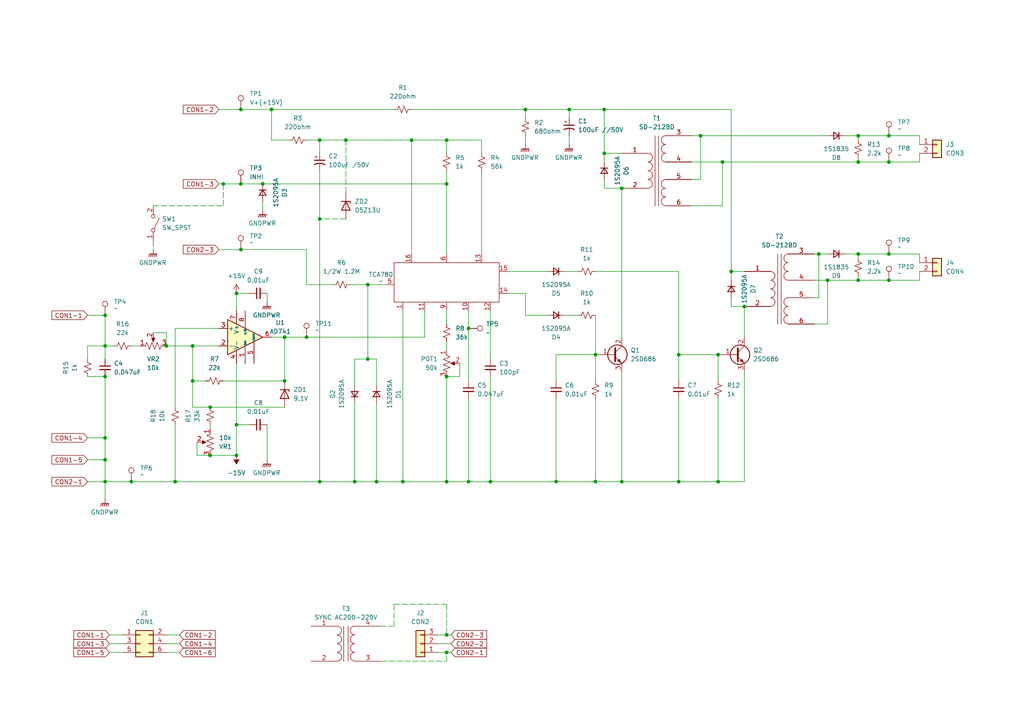
<source format=kicad_sch>
(kicad_sch (version 20231120) (generator "eeschema") (generator_version "8.0")
  (paper "A4")
  (title_block (date "2025-02-03") (comment 1 "旧データ_No.D-0363") (comment 2 "旧データ_プリント板記号 FC-2") (comment 3 "旧データ_原板(フィルム)作成年月：55年 4月"))
  (lib_symbols
    (symbol "Amplifier_Operational:AD797" (pin_names (offset 0.127))
      (property "Reference" "U" (at 1.27 6.35 0))
      (property "Value" "AD797" (at 1.27 3.81 0))
      (symbol "AD797_1_1"
        (pin input line (at 0 -7.62 90) (length 5.08) (name "BAL") (number "1"))
        (pin input line (at -7.62 -2.54 0) (length 2.54) (name "-") (number "2"))
        (pin input line (at -7.62 2.54 0) (length 2.54) (name "+") (number "3"))
        (pin power_in line (at -2.54 -7.62 90) (length 3.81) (name "V-") (number "4"))
        (pin input line (at 2.54 -7.62 90) (length 6.35) (name "COMP") (number "5"))
        (pin output line (at 7.62 0 180) (length 2.54) (name "~") (number "6"))
        (pin power_in line (at -2.54 7.62 270) (length 3.81) (name "V+") (number "7"))
        (pin input line (at 0 7.62 270) (length 5.08) (name "C/B") (number "8"))
      )
    )
    (symbol "Connector:TestPoint" (pin_numbers hide) (pin_names (offset 0.762) hide)
      (property "Reference" "TP" (at 0 6.858 0))
      (property "Value" "TestPoint" (at 0 5.08 0))
      (symbol "TestPoint_1_1"
        (pin passive line (at 0 0 90) (length 2.54) (name "1") (number "1"))
      )
    )
    (symbol "Connector_Generic:Conn_01x02" (pin_names (offset 1.016) hide)
      (property "Reference" "J" (at 0 2.54 0))
      (property "Value" "Conn_01x02" (at 0 -5.08 0))
      (symbol "Conn_01x02_1_1"
        (pin passive line (at -5.08 0 0) (length 3.81) (name "Pin_1") (number "1"))
        (pin passive line (at -5.08 -2.54 0) (length 3.81) (name "Pin_2") (number "2"))
      )
    )
    (symbol "Connector_Generic:Conn_01x03" (pin_names (offset 1.016) hide)
      (property "Reference" "J" (at 0 5.08 0))
      (property "Value" "Conn_01x03" (at 0 -5.08 0))
      (symbol "Conn_01x03_1_1"
        (pin passive line (at -5.08 2.54 0) (length 3.81) (name "Pin_1") (number "1"))
        (pin passive line (at -5.08 0 0) (length 3.81) (name "Pin_2") (number "2"))
        (pin passive line (at -5.08 -2.54 0) (length 3.81) (name "Pin_3") (number "3"))
      )
    )
    (symbol "Connector_Generic:Conn_02x03_Odd_Even" (pin_names (offset 1.016) hide)
      (property "Reference" "J" (at 1.27 5.08 0))
      (property "Value" "Conn_02x03_Odd_Even" (at 1.27 -5.08 0))
      (symbol "Conn_02x03_Odd_Even_1_1"
        (pin passive line (at -5.08 2.54 0) (length 3.81) (name "Pin_1") (number "1"))
        (pin passive line (at 7.62 2.54 180) (length 3.81) (name "Pin_2") (number "2"))
        (pin passive line (at -5.08 0 0) (length 3.81) (name "Pin_3") (number "3"))
        (pin passive line (at 7.62 0 180) (length 3.81) (name "Pin_4") (number "4"))
        (pin passive line (at -5.08 -2.54 0) (length 3.81) (name "Pin_5") (number "5"))
        (pin passive line (at 7.62 -2.54 180) (length 3.81) (name "Pin_6") (number "6"))
      )
    )
    (symbol "Device:C_Polarized_Small_US" (pin_numbers hide) (pin_names (offset 0.254) hide)
      (property "Reference" "C" (at 0.254 1.778 0))
      (property "Value" "C_Polarized_Small_US" (at 0.254 -2.032 0))
      (symbol "C_Polarized_Small_US_1_1"
        (pin passive line (at 0 2.54 270) (length 2.032) (name "~") (number "1"))
        (pin passive line (at 0 -2.54 90) (length 2.032) (name "~") (number "2"))
      )
    )
    (symbol "Device:C_Small" (pin_numbers hide) (pin_names (offset 0.254) hide)
      (property "Reference" "C" (at 0.254 1.778 0))
      (property "Value" "C_Small" (at 0.254 -2.032 0))
      (symbol "C_Small_1_1"
        (pin passive line (at 0 2.54 270) (length 2.032) (name "~") (number "1"))
        (pin passive line (at 0 -2.54 90) (length 2.032) (name "~") (number "2"))
      )
    )
    (symbol "Device:D_Small" (pin_numbers hide) (pin_names (offset 0.254) hide)
      (property "Reference" "D" (at -1.27 2.032 0))
      (property "Value" "D_Small" (at -3.81 -2.032 0))
      (symbol "D_Small_1_1"
        (pin passive line (at -2.54 0 0) (length 1.778) (name "K") (number "1"))
        (pin passive line (at 2.54 0 180) (length 1.778) (name "A") (number "2"))
      )
    )
    (symbol "Device:D_Zener" (pin_numbers hide) (pin_names (offset 1.016) hide)
      (property "Reference" "D" (at 0 2.54 0))
      (property "Value" "D_Zener" (at 0 -2.54 0))
      (symbol "D_Zener_1_1"
        (pin passive line (at -3.81 0 0) (length 2.54) (name "K") (number "1"))
        (pin passive line (at 3.81 0 180) (length 2.54) (name "A") (number "2"))
      )
    )
    (symbol "Device:Q_NPN_BCE" (pin_names (offset 0) hide)
      (property "Reference" "Q" (at 5.08 1.27 0))
      (property "Value" "Q_NPN_BCE" (at 5.08 -1.27 0))
      (symbol "Q_NPN_BCE_1_1"
        (pin input line (at -5.08 0 0) (length 5.715) (name "B") (number "1"))
        (pin passive line (at 2.54 5.08 270) (length 2.54) (name "C") (number "2"))
        (pin passive line (at 2.54 -5.08 90) (length 2.54) (name "E") (number "3"))
      )
    )
    (symbol "Device:R_Potentiometer_US" (pin_names (offset 1.016) hide)
      (property "Reference" "RV" (at -4.445 0 90))
      (property "Value" "R_Potentiometer_US" (at -2.54 0 90))
      (symbol "R_Potentiometer_US_1_1"
        (pin passive line (at 0 3.81 270) (length 1.27) (name "1") (number "1"))
        (pin passive line (at 3.81 0 180) (length 1.27) (name "2") (number "2"))
        (pin passive line (at 0 -3.81 90) (length 1.27) (name "3") (number "3"))
      )
    )
    (symbol "Device:R_Small_US" (pin_numbers hide) (pin_names (offset 0.254) hide)
      (property "Reference" "R" (at 0.762 0.508 0))
      (property "Value" "R_Small_US" (at 0.762 -1.016 0))
      (symbol "R_Small_US_1_1"
        (pin passive line (at 0 2.54 270) (length 1.016) (name "~") (number "1"))
        (pin passive line (at 0 -2.54 90) (length 1.016) (name "~") (number "2"))
      )
    )
    (symbol "Device:Transformer_1P_1S" (pin_names (offset 1.016) hide)
      (property "Reference" "T" (at 0 6.35 0))
      (property "Value" "Transformer_1P_1S" (at 0 -7.62 0))
      (symbol "Transformer_1P_1S_1_1"
        (pin passive line (at -10.16 5.08 0) (length 7.62) (name "AA") (number "1"))
        (pin passive line (at -10.16 -5.08 0) (length 7.62) (name "AB") (number "2"))
        (pin passive line (at 10.16 -5.08 180) (length 7.62) (name "SA") (number "3"))
        (pin passive line (at 10.16 5.08 180) (length 7.62) (name "SB") (number "4"))
      )
    )
    (symbol "Device:Transformer_1P_2S" (pin_names (offset 1.016) hide)
      (property "Reference" "T" (at 0 12.7 0))
      (property "Value" "Transformer_1P_2S" (at 0 -12.7 0))
      (symbol "Transformer_1P_2S_1_1"
        (pin passive line (at -10.16 5.08 0) (length 7.62) (name "AA") (number "1"))
        (pin passive line (at -10.16 -5.08 0) (length 7.62) (name "AB") (number "2"))
        (pin passive line (at 10.16 10.16 180) (length 7.62) (name "SA") (number "3"))
        (pin passive line (at 10.16 2.54 180) (length 7.62) (name "SB") (number "4"))
        (pin passive line (at 10.16 -2.54 180) (length 7.62) (name "SC") (number "5"))
        (pin passive line (at 10.16 -10.16 180) (length 7.62) (name "SD") (number "6"))
      )
    )
    (symbol "SamacSys_Parts:TCA780 on D-0363"
      (property "Reference" "TCA780" (at 0 -3.048 0))
      (symbol "TCA780 on D-0363_1_1"
        (pin power_in line (at -12.7 -15.24 90) (length 2.54) (name "") (number "1"))
        (pin passive line (at 6.35 -15.24 90) (length 2.54) (name "") (number "10"))
        (pin passive line (at -6.35 -15.24 90) (length 2.54) (name "") (number "11"))
        (pin passive line (at 12.7 -15.24 90) (length 2.54) (name "") (number "12"))
        (pin passive line (at 10.16 1.27 270) (length 2.54) (name "") (number "13"))
        (pin passive line (at 17.78 -10.16 180) (length 2.54) (name "") (number "14"))
        (pin passive line (at 17.78 -3.81 180) (length 2.54) (name "") (number "15"))
        (pin power_in line (at -10.16 1.27 270) (length 2.54) (name "") (number "16"))
        (pin no_connect line (at -12.7 -10.16 270) (length 2.54) hide (name "") (number "2"))
        (pin no_connect line (at -10.16 -10.16 270) (length 2.54) hide (name "") (number "3"))
        (pin no_connect line (at -7.62 -10.16 270) (length 2.54) hide (name "") (number "4"))
        (pin passive line (at -17.78 -7.62 0) (length 2.54) (name "") (number "5"))
        (pin passive line (at 0 1.27 270) (length 2.54) (name "") (number "6"))
        (pin no_connect line (at -5.08 -10.16 270) (length 2.54) hide (name "") (number "7"))
        (pin no_connect line (at -2.54 -10.16 270) (length 2.54) hide (name "") (number "8"))
        (pin passive line (at 0 -15.24 90) (length 2.54) (name "") (number "9"))
      )
    )
    (symbol "Switch:SW_SPST" (pin_names (offset 0) hide)
      (property "Reference" "SW" (at 0 3.175 0))
      (property "Value" "SW_SPST" (at 0 -2.54 0))
      (symbol "SW_SPST_1_1"
        (pin passive line (at -5.08 0 0) (length 2.54) (name "A") (number "1"))
        (pin passive line (at 5.08 0 180) (length 2.54) (name "B") (number "2"))
      )
    )
    (symbol "power:+15V" (power) (pin_numbers hide) (pin_names (offset 0) hide)
      (property "Value" "+15V" (at 0 3.556 0))
      (symbol "+15V_1_1"
        (pin power_in line (at 0 0 90) (length 0) (name "~") (number "1"))
      )
    )
    (symbol "power:-15V" (power) (pin_numbers hide) (pin_names (offset 0) hide)
      (property "Value" "-15V" (at 0 3.556 0))
      (symbol "-15V_0_0"
        (pin power_in line (at 0 0 90) (length 0) (name "~") (number "1"))
      )
    )
    (symbol "power:GNDPWR" (power) (pin_numbers hide) (pin_names (offset 0) hide)
      (property "Value" "GNDPWR" (at 0 -3.302 0))
      (symbol "GNDPWR_1_1"
        (pin power_in line (at 0 0 270) (length 0) (name "~") (number "1"))
      )
    )
  )
  (junction (at 135.89 139.7))
  (junction (at 208.28 102.87))
  (junction (at 208.28 139.7))
  (junction (at 55.88 110.49))
  (junction (at 60.96 118.11))
  (junction (at 30.48 91.44))
  (junction (at 165.1 31.75))
  (junction (at 142.24 139.7))
  (junction (at 248.92 81.28))
  (junction (at 129.54 53.34))
  (junction (at 30.48 127))
  (junction (at 129.54 184.15))
  (junction (at 180.34 54.61))
  (junction (at 135.89 95.25))
  (junction (at 172.72 102.87))
  (junction (at 38.1 139.7))
  (junction (at 116.84 139.7))
  (junction (at 69.85 31.75))
  (junction (at 68.58 132.08))
  (junction (at 161.29 139.7))
  (junction (at 60.96 132.08))
  (junction (at 64.77 53.34))
  (junction (at 180.34 139.7))
  (junction (at 248.92 39.37))
  (junction (at 92.71 63.5))
  (junction (at 152.4 31.75))
  (junction (at 240.03 81.28))
  (junction (at 129.54 139.7))
  (junction (at 209.55 46.99))
  (junction (at 76.2 53.34))
  (junction (at 129.54 189.23))
  (junction (at 30.48 139.7))
  (junction (at 88.9 97.79))
  (junction (at 48.26 100.33))
  (junction (at 92.71 139.7))
  (junction (at 69.85 53.34))
  (junction (at 257.81 39.37))
  (junction (at 215.9 88.9))
  (junction (at 196.85 102.87))
  (junction (at 30.48 100.33))
  (junction (at 257.81 81.28))
  (junction (at 203.2 39.37))
  (junction (at 109.22 139.7))
  (junction (at 106.68 104.14))
  (junction (at 55.88 100.33))
  (junction (at 257.81 46.99))
  (junction (at 212.09 78.74))
  (junction (at 102.87 139.7))
  (junction (at 69.85 72.39))
  (junction (at 92.71 40.64))
  (junction (at 30.48 109.22))
  (junction (at 30.48 133.35))
  (junction (at 248.92 46.99))
  (junction (at 196.85 139.7))
  (junction (at 129.54 109.22))
  (junction (at 50.8 139.7))
  (junction (at 68.58 85.09))
  (junction (at 68.58 123.19))
  (junction (at 106.68 82.55))
  (junction (at 175.26 31.75))
  (junction (at 237.49 73.66))
  (junction (at 100.33 40.64))
  (junction (at 129.54 40.64))
  (junction (at 119.38 40.64))
  (junction (at 82.55 110.49))
  (junction (at 175.26 44.45))
  (junction (at 78.74 31.75))
  (junction (at 248.92 73.66))
  (junction (at 82.55 97.79))
  (junction (at 257.81 73.66))
  (junction (at 172.72 139.7))
  (wire (pts (xy 119.38 31.75) (xy 152.4 31.75)))
  (wire (pts (xy 72.39 123.19) (xy 68.58 123.19)))
  (wire (pts (xy 200.66 46.99) (xy 209.55 46.99)))
  (wire (pts (xy 48.26 100.33) (xy 55.88 100.33)))
  (wire (pts (xy 147.32 78.74) (xy 158.75 78.74)))
  (wire (pts (xy 100.33 40.64) (xy 119.38 40.64)))
  (wire (pts (xy 50.8 139.7) (xy 50.8 123.19)))
  (wire (pts (xy 161.29 102.87) (xy 172.72 102.87)))
  (wire (pts (xy 172.72 78.74) (xy 196.85 78.74)))
  (wire (pts (xy 48.26 96.52) (xy 48.26 100.33)))
  (wire (pts (xy 109.22 139.7) (xy 102.87 139.7)))
  (wire (pts (xy 55.88 118.11) (xy 55.88 110.49)))
  (wire (pts (xy 25.4 139.7) (xy 30.48 139.7)))
  (wire (pts (xy 215.9 107.95) (xy 215.9 139.7)))
  (wire (pts (xy 208.28 102.87) (xy 196.85 102.87)))
  (wire (pts (xy 161.29 102.87) (xy 161.29 110.49)))
  (wire (pts (xy 142.24 139.7) (xy 161.29 139.7)))
  (wire (pts (xy 152.4 39.37) (xy 152.4 41.91)))
  (wire (pts (xy 44.45 69.85) (xy 44.45 72.39)) (stroke (width 0) (type dash)))
  (wire (pts (xy 209.55 46.99) (xy 248.92 46.99)))
  (wire (pts (xy 64.77 53.34) (xy 69.85 53.34)))
  (wire (pts (xy 158.75 91.44) (xy 152.4 91.44)))
  (wire (pts (xy 55.88 110.49) (xy 59.69 110.49)))
  (wire (pts (xy 33.02 100.33) (xy 30.48 100.33)))
  (wire (pts (xy 203.2 39.37) (xy 240.03 39.37)))
  (wire (pts (xy 208.28 139.7) (xy 215.9 139.7)))
  (wire (pts (xy 172.72 115.57) (xy 172.72 139.7)))
  (wire (pts (xy 110.49 191.77) (xy 129.54 191.77)) (stroke (width 0) (type dash)))
  (wire (pts (xy 200.66 59.69) (xy 209.55 59.69)))
  (wire (pts (xy 96.52 82.55) (xy 88.9 82.55)))
  (wire (pts (xy 212.09 31.75) (xy 212.09 78.74)))
  (wire (pts (xy 55.88 100.33) (xy 55.88 110.49)))
  (wire (pts (xy 237.49 86.36) (xy 237.49 73.66)))
  (wire (pts (xy 116.84 139.7) (xy 129.54 139.7)))
  (wire (pts (xy 78.74 40.64) (xy 78.74 31.75)))
  (wire (pts (xy 172.72 139.7) (xy 180.34 139.7)))
  (wire (pts (xy 63.5 100.33) (xy 55.88 100.33)))
  (wire (pts (xy 100.33 55.88) (xy 100.33 40.64)) (stroke (width 0) (type dash)))
  (wire (pts (xy 64.77 59.69) (xy 64.77 53.34)) (stroke (width 0) (type dash)))
  (wire (pts (xy 69.85 72.39) (xy 63.5 72.39)))
  (wire (pts (xy 175.26 54.61) (xy 175.26 52.07)))
  (wire (pts (xy 69.85 31.75) (xy 78.74 31.75)))
  (wire (pts (xy 248.92 80.01) (xy 248.92 81.28)))
  (wire (pts (xy 82.55 110.49) (xy 82.55 97.79)))
  (wire (pts (xy 240.03 81.28) (xy 248.92 81.28)))
  (wire (pts (xy 257.81 39.37) (xy 266.7 39.37)))
  (wire (pts (xy 139.7 40.64) (xy 139.7 44.45)))
  (wire (pts (xy 31.75 186.69) (xy 35.56 186.69)))
  (wire (pts (xy 102.87 139.7) (xy 102.87 116.84)))
  (wire (pts (xy 266.7 73.66) (xy 266.7 76.2)))
  (wire (pts (xy 30.48 133.35) (xy 30.48 139.7)))
  (wire (pts (xy 175.26 44.45) (xy 175.26 46.99)))
  (wire (pts (xy 248.92 45.72) (xy 248.92 46.99)))
  (wire (pts (xy 60.96 132.08) (xy 68.58 132.08)))
  (wire (pts (xy 129.54 53.34) (xy 129.54 73.66)))
  (wire (pts (xy 30.48 100.33) (xy 30.48 91.44)))
  (wire (pts (xy 60.96 118.11) (xy 82.55 118.11)))
  (wire (pts (xy 63.5 53.34) (xy 64.77 53.34)))
  (wire (pts (xy 88.9 82.55) (xy 88.9 72.39)))
  (wire (pts (xy 100.33 63.5) (xy 92.71 63.5)) (stroke (width 0) (type dash)))
  (wire (pts (xy 25.4 100.33) (xy 25.4 104.14)))
  (wire (pts (xy 266.7 44.45) (xy 266.7 46.99)))
  (wire (pts (xy 114.3 175.26) (xy 129.54 175.26)) (stroke (width 0) (type dash)))
  (wire (pts (xy 88.9 72.39) (xy 69.85 72.39)))
  (wire (pts (xy 163.83 78.74) (xy 167.64 78.74)))
  (wire (pts (xy 257.81 46.99) (xy 266.7 46.99)))
  (wire (pts (xy 236.22 86.36) (xy 237.49 86.36)))
  (wire (pts (xy 209.55 59.69) (xy 209.55 46.99)))
  (wire (pts (xy 31.75 189.23) (xy 35.56 189.23)))
  (wire (pts (xy 212.09 88.9) (xy 212.09 86.36)))
  (wire (pts (xy 30.48 139.7) (xy 38.1 139.7)))
  (wire (pts (xy 129.54 49.53) (xy 129.54 53.34)))
  (wire (pts (xy 114.3 181.61) (xy 114.3 175.26)) (stroke (width 0) (type dash)))
  (wire (pts (xy 119.38 40.64) (xy 119.38 73.66)))
  (wire (pts (xy 30.48 139.7) (xy 30.48 144.78)))
  (wire (pts (xy 196.85 115.57) (xy 196.85 139.7)))
  (wire (pts (xy 135.89 139.7) (xy 142.24 139.7)))
  (wire (pts (xy 77.47 123.19) (xy 77.47 133.35)))
  (wire (pts (xy 135.89 115.57) (xy 135.89 139.7)))
  (wire (pts (xy 161.29 115.57) (xy 161.29 139.7)))
  (wire (pts (xy 129.54 175.26) (xy 129.54 184.15)) (stroke (width 0) (type dash)))
  (wire (pts (xy 248.92 39.37) (xy 248.92 40.64)))
  (wire (pts (xy 109.22 116.84) (xy 109.22 139.7)))
  (wire (pts (xy 30.48 100.33) (xy 30.48 104.14)))
  (wire (pts (xy 175.26 31.75) (xy 212.09 31.75)))
  (wire (pts (xy 236.22 81.28) (xy 240.03 81.28)))
  (wire (pts (xy 152.4 85.09) (xy 147.32 85.09)))
  (wire (pts (xy 68.58 85.09) (xy 72.39 85.09)))
  (wire (pts (xy 129.54 109.22) (xy 133.35 109.22)))
  (wire (pts (xy 127 186.69) (xy 130.81 186.69)))
  (wire (pts (xy 92.71 40.64) (xy 100.33 40.64)))
  (wire (pts (xy 129.54 40.64) (xy 139.7 40.64)))
  (wire (pts (xy 127 184.15) (xy 129.54 184.15)))
  (wire (pts (xy 196.85 139.7) (xy 208.28 139.7)))
  (wire (pts (xy 92.71 40.64) (xy 92.71 44.45)))
  (wire (pts (xy 215.9 78.74) (xy 212.09 78.74)))
  (wire (pts (xy 139.7 49.53) (xy 139.7 73.66)))
  (wire (pts (xy 196.85 102.87) (xy 196.85 110.49)))
  (wire (pts (xy 203.2 52.07) (xy 203.2 39.37)))
  (wire (pts (xy 245.11 73.66) (xy 248.92 73.66)))
  (wire (pts (xy 129.54 90.17) (xy 129.54 93.98)))
  (wire (pts (xy 245.11 39.37) (xy 248.92 39.37)))
  (wire (pts (xy 78.74 97.79) (xy 82.55 97.79)))
  (wire (pts (xy 25.4 127) (xy 30.48 127)))
  (wire (pts (xy 106.68 82.55) (xy 111.76 82.55)))
  (wire (pts (xy 180.34 44.45) (xy 175.26 44.45)))
  (wire (pts (xy 48.26 189.23) (xy 52.07 189.23)))
  (wire (pts (xy 152.4 91.44) (xy 152.4 85.09)))
  (wire (pts (xy 69.85 53.34) (xy 76.2 53.34)))
  (wire (pts (xy 180.34 54.61) (xy 175.26 54.61)))
  (wire (pts (xy 172.72 91.44) (xy 172.72 102.87)))
  (wire (pts (xy 129.54 99.06) (xy 129.54 101.6)))
  (wire (pts (xy 106.68 104.14) (xy 109.22 104.14)))
  (wire (pts (xy 129.54 184.15) (xy 130.81 184.15)))
  (wire (pts (xy 30.48 109.22) (xy 30.48 127)))
  (wire (pts (xy 196.85 78.74) (xy 196.85 102.87)))
  (wire (pts (xy 102.87 104.14) (xy 106.68 104.14)))
  (wire (pts (xy 64.77 110.49) (xy 82.55 110.49)))
  (wire (pts (xy 248.92 39.37) (xy 257.81 39.37)))
  (wire (pts (xy 25.4 91.44) (xy 30.48 91.44)))
  (wire (pts (xy 248.92 46.99) (xy 257.81 46.99)))
  (wire (pts (xy 215.9 88.9) (xy 215.9 97.79)))
  (wire (pts (xy 30.48 127) (xy 30.48 133.35)))
  (wire (pts (xy 175.26 31.75) (xy 175.26 44.45)))
  (wire (pts (xy 248.92 73.66) (xy 257.81 73.66)))
  (wire (pts (xy 78.74 31.75) (xy 114.3 31.75)))
  (wire (pts (xy 266.7 39.37) (xy 266.7 41.91)))
  (wire (pts (xy 129.54 109.22) (xy 129.54 139.7)))
  (wire (pts (xy 165.1 39.37) (xy 165.1 41.91)))
  (wire (pts (xy 208.28 115.57) (xy 208.28 139.7)))
  (wire (pts (xy 215.9 88.9) (xy 212.09 88.9)))
  (wire (pts (xy 60.96 132.08) (xy 57.15 132.08)))
  (wire (pts (xy 163.83 91.44) (xy 167.64 91.44)))
  (wire (pts (xy 248.92 73.66) (xy 248.92 74.93)))
  (wire (pts (xy 114.3 181.61) (xy 110.49 181.61)) (stroke (width 0) (type dash)))
  (wire (pts (xy 92.71 139.7) (xy 92.71 63.5)))
  (wire (pts (xy 30.48 100.33) (xy 25.4 100.33)))
  (wire (pts (xy 60.96 118.11) (xy 55.88 118.11)))
  (wire (pts (xy 266.7 78.74) (xy 266.7 81.28)))
  (wire (pts (xy 102.87 139.7) (xy 92.71 139.7)))
  (wire (pts (xy 116.84 90.17) (xy 116.84 139.7)))
  (wire (pts (xy 180.34 139.7) (xy 196.85 139.7)))
  (wire (pts (xy 135.89 90.17) (xy 135.89 95.25)))
  (wire (pts (xy 68.58 123.19) (xy 68.58 132.08)))
  (wire (pts (xy 38.1 100.33) (xy 40.64 100.33)))
  (wire (pts (xy 68.58 85.09) (xy 68.58 90.17)))
  (wire (pts (xy 240.03 93.98) (xy 240.03 81.28)))
  (wire (pts (xy 129.54 139.7) (xy 135.89 139.7)))
  (wire (pts (xy 92.71 63.5) (xy 92.71 49.53)))
  (wire (pts (xy 109.22 104.14) (xy 109.22 111.76)))
  (wire (pts (xy 165.1 31.75) (xy 152.4 31.75)))
  (wire (pts (xy 165.1 31.75) (xy 175.26 31.75)))
  (wire (pts (xy 25.4 109.22) (xy 30.48 109.22)))
  (wire (pts (xy 38.1 139.7) (xy 50.8 139.7)))
  (wire (pts (xy 77.47 85.09) (xy 77.47 87.63)))
  (wire (pts (xy 203.2 39.37) (xy 200.66 39.37)))
  (wire (pts (xy 161.29 139.7) (xy 172.72 139.7)))
  (wire (pts (xy 63.5 31.75) (xy 69.85 31.75)))
  (wire (pts (xy 129.54 189.23) (xy 130.81 189.23)))
  (wire (pts (xy 165.1 34.29) (xy 165.1 31.75)))
  (wire (pts (xy 31.75 184.15) (xy 35.56 184.15)))
  (wire (pts (xy 68.58 123.19) (xy 68.58 105.41)))
  (wire (pts (xy 60.96 123.19) (xy 60.96 124.46)))
  (wire (pts (xy 119.38 40.64) (xy 129.54 40.64)))
  (wire (pts (xy 82.55 97.79) (xy 88.9 97.79)))
  (wire (pts (xy 92.71 139.7) (xy 50.8 139.7)))
  (wire (pts (xy 83.82 40.64) (xy 78.74 40.64)))
  (wire (pts (xy 76.2 53.34) (xy 129.54 53.34)))
  (wire (pts (xy 152.4 31.75) (xy 152.4 34.29)))
  (wire (pts (xy 106.68 82.55) (xy 106.68 104.14)))
  (wire (pts (xy 44.45 59.69) (xy 64.77 59.69)) (stroke (width 0) (type dash)))
  (wire (pts (xy 109.22 139.7) (xy 116.84 139.7)))
  (wire (pts (xy 142.24 90.17) (xy 142.24 104.14)))
  (wire (pts (xy 180.34 107.95) (xy 180.34 139.7)))
  (wire (pts (xy 212.09 78.74) (xy 212.09 81.28)))
  (wire (pts (xy 129.54 44.45) (xy 129.54 40.64)))
  (wire (pts (xy 200.66 52.07) (xy 203.2 52.07)))
  (wire (pts (xy 57.15 132.08) (xy 57.15 128.27)))
  (wire (pts (xy 127 189.23) (xy 129.54 189.23)))
  (wire (pts (xy 142.24 109.22) (xy 142.24 139.7)))
  (wire (pts (xy 102.87 104.14) (xy 102.87 111.76)))
  (wire (pts (xy 257.81 81.28) (xy 266.7 81.28)))
  (wire (pts (xy 101.6 82.55) (xy 106.68 82.55)))
  (wire (pts (xy 48.26 184.15) (xy 52.07 184.15)))
  (wire (pts (xy 133.35 109.22) (xy 133.35 105.41)))
  (wire (pts (xy 88.9 97.79) (xy 123.19 97.79)))
  (wire (pts (xy 48.26 186.69) (xy 52.07 186.69)))
  (wire (pts (xy 129.54 191.77) (xy 129.54 189.23)) (stroke (width 0) (type dash)))
  (wire (pts (xy 172.72 102.87) (xy 172.72 110.49)))
  (wire (pts (xy 236.22 73.66) (xy 237.49 73.66)))
  (wire (pts (xy 44.45 96.52) (xy 48.26 96.52)))
  (wire (pts (xy 76.2 58.42) (xy 76.2 60.96)))
  (wire (pts (xy 180.34 54.61) (xy 180.34 97.79)))
  (wire (pts (xy 88.9 40.64) (xy 92.71 40.64)))
  (wire (pts (xy 248.92 81.28) (xy 257.81 81.28)))
  (wire (pts (xy 50.8 95.25) (xy 50.8 118.11)))
  (wire (pts (xy 123.19 90.17) (xy 123.19 97.79)))
  (wire (pts (xy 63.5 95.25) (xy 50.8 95.25)))
  (wire (pts (xy 135.89 95.25) (xy 135.89 110.49)))
  (wire (pts (xy 208.28 102.87) (xy 208.28 110.49)))
  (wire (pts (xy 257.81 73.66) (xy 266.7 73.66)))
  (wire (pts (xy 25.4 133.35) (xy 30.48 133.35)))
  (wire (pts (xy 237.49 73.66) (xy 240.03 73.66)))
  (wire (pts (xy 236.22 93.98) (xy 240.03 93.98)))
  (global_label "CON1-3" (shape input) (at 31.75 186.69 180) (property "Intersheetrefs" "${INTERSHEET_REFS}" (effects (hide yes))))
  (global_label "CON2-2" (shape input) (at 130.81 186.69 0) (property "Intersheetrefs" "${INTERSHEET_REFS}" (effects (hide yes))))
  (global_label "CON1-1" (shape input) (at 25.4 91.44 180) (property "Intersheetrefs" "${INTERSHEET_REFS}" (effects (hide yes))))
  (global_label "CON2-1" (shape input) (at 25.4 139.7 180) (property "Intersheetrefs" "${INTERSHEET_REFS}" (effects (hide yes))))
  (global_label "CON1-4" (shape input) (at 52.07 186.69 0) (property "Intersheetrefs" "${INTERSHEET_REFS}" (effects (hide yes))))
  (global_label "CON1-6" (shape input) (at 52.07 189.23 0) (property "Intersheetrefs" "${INTERSHEET_REFS}" (effects (hide yes))))
  (global_label "CON1-5" (shape input) (at 25.4 133.35 180) (property "Intersheetrefs" "${INTERSHEET_REFS}" (effects (hide yes))))
  (global_label "CON2-1" (shape input) (at 130.81 189.23 0) (property "Intersheetrefs" "${INTERSHEET_REFS}" (effects (hide yes))))
  (global_label "CON1-2" (shape input) (at 52.07 184.15 0) (property "Intersheetrefs" "${INTERSHEET_REFS}" (effects (hide yes))))
  (global_label "CON2-3" (shape input) (at 130.81 184.15 0) (property "Intersheetrefs" "${INTERSHEET_REFS}" (effects (hide yes))))
  (global_label "CON1-1" (shape input) (at 31.75 184.15 180) (property "Intersheetrefs" "${INTERSHEET_REFS}" (effects (hide yes))))
  (global_label "CON1-2" (shape input) (at 63.5 31.75 180) (property "Intersheetrefs" "${INTERSHEET_REFS}" (effects (hide yes))))
  (global_label "CON1-5" (shape input) (at 31.75 189.23 180) (property "Intersheetrefs" "${INTERSHEET_REFS}" (effects (hide yes))))
  (global_label "CON1-4" (shape input) (at 25.4 127 180) (property "Intersheetrefs" "${INTERSHEET_REFS}" (effects (hide yes))))
  (global_label "CON1-3" (shape input) (at 63.5 53.34 180) (property "Intersheetrefs" "${INTERSHEET_REFS}" (effects (hide yes))))
  (global_label "CON2-3" (shape input) (at 63.5 72.39 180) (property "Intersheetrefs" "${INTERSHEET_REFS}" (effects (hide yes))))
  (symbol (lib_id "Device:R_Small_US") (at 35.56 100.33 90) (unit 1)
    (property "Reference" "R16" (at 35.56 93.98 90))
    (property "Value" "22k" (at 35.56 96.52 90))
    (property "Footprint" "Resistor_THT:R_Axial_DIN0207_L6.3mm_D2.5mm_P10.16mm_Horizontal" (effects (hide yes)))
    (property "Description" "Resistor, small US symbol" (effects (hide yes)))
  )
  (symbol (lib_id "Connector:TestPoint") (at 30.48 91.44 0) (unit 1)
    (property "Reference" "TP4" (at 33.02 87.5029 0) (effects (justify left)))
    (property "Value" "~" (at 33.02 89.408 0) (effects (justify left)))
    (property "Footprint" "TestPoint:TestPoint_Loop_D2.54mm_Drill1.5mm_Beaded" (effects (hide yes)))
    (property "Description" "test point" (effects (hide yes)))
  )
  (symbol (lib_id "Connector:TestPoint") (at 257.81 39.37 0) (unit 1)
    (property "Reference" "TP7" (at 260.35 35.4329 0) (effects (justify left)))
    (property "Value" "~" (at 260.35 37.338 0) (effects (justify left)))
    (property "Footprint" "TestPoint:TestPoint_Loop_D2.54mm_Drill1.5mm_Beaded" (effects (hide yes)))
    (property "Description" "test point" (effects (hide yes)))
  )
  (symbol (lib_id "Connector:TestPoint") (at 69.85 53.34 0) (unit 1)
    (property "Reference" "TP3" (at 72.39 48.7679 0) (effects (justify left)))
    (property "Value" "INHI" (at 72.39 51.3079 0) (effects (justify left)))
    (property "Footprint" "TestPoint:TestPoint_Loop_D2.54mm_Drill1.5mm_Beaded" (effects (hide yes)))
    (property "Description" "test point" (effects (hide yes)))
  )
  (symbol (lib_id "Device:D_Small") (at 76.2 55.88 270) (unit 1)
    (property "Reference" "D3" (at 82.55 55.88 0))
    (property "Value" "1S2095A" (at 80.01 55.88 0))
    (property "Footprint" "Diode_THT:D_A-405_P10.16mm_Horizontal" (effects (hide yes)))
    (property "Description" "Diode, small symbol" (effects (hide yes)))
    (property "Sim.Device" "D" (effects (hide yes)))
    (property "Sim.Pins" "1=K 2=A" (effects (hide yes)))
  )
  (symbol (lib_id "Device:R_Small_US") (at 129.54 96.52 0) (unit 1)
    (property "Reference" "R8" (at 132.08 95.2499 0) (effects (justify left)))
    (property "Value" "36k" (at 132.08 97.7899 0) (effects (justify left)))
    (property "Footprint" "Resistor_THT:R_Axial_DIN0207_L6.3mm_D2.5mm_P10.16mm_Horizontal" (effects (hide yes)))
    (property "Description" "Resistor, small US symbol" (effects (hide yes)))
  )
  (symbol (lib_id "Device:R_Small_US") (at 172.72 113.03 180) (unit 1)
    (property "Reference" "R9" (at 175.26 111.7599 0) (effects (justify right)))
    (property "Value" "1k" (at 175.26 114.2999 0) (effects (justify right)))
    (property "Footprint" "Resistor_THT:R_Axial_DIN0207_L6.3mm_D2.5mm_P10.16mm_Horizontal" (effects (hide yes)))
    (property "Description" "Resistor, small US symbol" (effects (hide yes)))
  )
  (symbol (lib_id "Device:R_Small_US") (at 248.92 77.47 180) (unit 1)
    (property "Reference" "R14" (at 251.46 76.1999 0) (effects (justify right)))
    (property "Value" "2.2k" (at 251.46 78.7399 0) (effects (justify right)))
    (property "Footprint" "Resistor_THT:R_Axial_DIN0207_L6.3mm_D2.5mm_P10.16mm_Horizontal" (effects (hide yes)))
    (property "Description" "Resistor, small US symbol" (effects (hide yes)))
  )
  (symbol (lib_id "Device:Q_NPN_BCE") (at 177.8 102.87 0) (unit 1)
    (property "Reference" "Q1" (at 182.88 101.5999 0) (effects (justify left)))
    (property "Value" "2SD686" (at 182.88 104.1399 0) (effects (justify left)))
    (property "Footprint" "Package_TO_SOT_THT:TO-220-3_Horizontal_TabDown" (effects (hide yes)))
    (property "Description" "NPN transistor, base/collector/emitter" (effects (hide yes)))
  )
  (symbol (lib_id "Connector_Generic:Conn_01x03") (at 121.92 186.69 180) (unit 1)
    (property "Reference" "J2" (at 121.92 177.8 0))
    (property "Value" "CON2" (at 121.92 180.34 0))
    (property "Footprint" "SamacSys_Parts:B03P-VL" (effects (hide yes)))
    (property "Description" "Generic connector, single row, 01x03, script generated (kicad-library-utils/schlib/autogen/connector/)" (effects (hide yes)))
  )
  (symbol (lib_id "Device:C_Small") (at 74.93 85.09 90) (unit 1)
    (property "Reference" "C9" (at 74.9363 78.74 90))
    (property "Value" "0.01uF" (at 74.9363 81.28 90))
    (property "Footprint" "Capacitor_THT:C_Disc_D5.0mm_W2.5mm_P5.00mm" (effects (hide yes)))
    (property "Description" "Unpolarized capacitor, small symbol" (effects (hide yes)))
  )
  (symbol (lib_id "Connector:TestPoint") (at 257.81 73.66 0) (unit 1)
    (property "Reference" "TP9" (at 260.35 69.7229 0) (effects (justify left)))
    (property "Value" "~" (at 260.35 71.628 0) (effects (justify left)))
    (property "Footprint" "TestPoint:TestPoint_Loop_D2.54mm_Drill1.5mm_Beaded" (effects (hide yes)))
    (property "Description" "test point" (effects (hide yes)))
  )
  (symbol (lib_id "power:GNDPWR") (at 77.47 133.35 0) (unit 1)
    (property "Reference" "#PWR07" (effects (hide yes)))
    (property "Value" "GNDPWR" (at 77.343 137.16 0))
    (property "Description" "Power symbol creates a global label with name \"GNDPWR\" , global ground" (effects (hide yes)))
  )
  (symbol (lib_id "Device:R_Small_US") (at 170.18 91.44 270) (unit 1)
    (property "Reference" "R10" (at 170.18 85.09 90))
    (property "Value" "1k" (at 170.18 87.63 90))
    (property "Footprint" "Resistor_THT:R_Axial_DIN0207_L6.3mm_D2.5mm_P10.16mm_Horizontal" (effects (hide yes)))
    (property "Description" "Resistor, small US symbol" (effects (hide yes)))
  )
  (symbol (lib_id "Connector:TestPoint") (at 135.89 95.25 270) (unit 1)
    (property "Reference" "TP5" (at 140.97 93.9799 90) (effects (justify left)))
    (property "Value" "~" (at 140.97 96.5199 90) (effects (justify left)))
    (property "Footprint" "TestPoint:TestPoint_Loop_D2.54mm_Drill1.5mm_Beaded" (effects (hide yes)))
    (property "Description" "test point" (effects (hide yes)))
  )
  (symbol (lib_id "Device:C_Small") (at 196.85 113.03 0) (unit 1)
    (property "Reference" "C7" (at 199.39 111.7662 0) (effects (justify left)))
    (property "Value" "0.01uF" (at 199.39 114.3062 0) (effects (justify left)))
    (property "Footprint" "Capacitor_THT:C_Disc_D5.0mm_W2.5mm_P5.00mm" (effects (hide yes)))
    (property "Description" "Unpolarized capacitor, small symbol" (effects (hide yes)))
  )
  (symbol (lib_id "power:GNDPWR") (at 77.47 87.63 0) (unit 1)
    (property "Reference" "#PWR06" (effects (hide yes)))
    (property "Value" "GNDPWR" (at 77.343 91.44 0))
    (property "Description" "Power symbol creates a global label with name \"GNDPWR\" , global ground" (effects (hide yes)))
  )
  (symbol (lib_id "Device:R_Potentiometer_US") (at 44.45 100.33 90) (unit 1)
    (property "Reference" "VR2" (at 44.45 104.14 90))
    (property "Value" "10k" (at 44.45 106.68 90))
    (property "Footprint" "Potentiometer_THT:Potentiometer_Bourns_3296W_Vertical" (effects (hide yes)))
    (property "Description" "Potentiometer, US symbol" (effects (hide yes)))
  )
  (symbol (lib_id "Connector:TestPoint") (at 69.85 31.75 0) (unit 1)
    (property "Reference" "TP1" (at 72.39 27.1779 0) (effects (justify left)))
    (property "Value" "V+(+15V)" (at 72.39 29.7179 0) (effects (justify left)))
    (property "Footprint" "TestPoint:TestPoint_Loop_D2.54mm_Drill1.5mm_Beaded" (effects (hide yes)))
    (property "Description" "test point" (effects (hide yes)))
  )
  (symbol (lib_id "Connector:TestPoint") (at 69.85 72.39 0) (unit 1)
    (property "Reference" "TP2" (at 72.39 68.4529 0) (effects (justify left)))
    (property "Value" "~" (at 72.39 70.358 0) (effects (justify left)))
    (property "Footprint" "TestPoint:TestPoint_Loop_D2.54mm_Drill1.5mm_Beaded" (effects (hide yes)))
    (property "Description" "test point" (effects (hide yes)))
  )
  (symbol (lib_id "SamacSys_Parts:TCA780 on D-0363") (at 129.54 74.93 0) (unit 1)
    (property "Reference" "TCA780" (at 110.49 79.629 0))
    (property "Value" "~" (at 110.49 81.5341 0))
    (property "Footprint" "Package_DIP:DIP-16_W7.62mm" (effects (hide yes)))
  )
  (symbol (lib_id "Device:D_Zener") (at 82.55 114.3 270) (unit 1)
    (property "Reference" "ZD1" (at 85.09 113.0299 90) (effects (justify left)))
    (property "Value" "9.1V" (at 85.09 115.5699 90) (effects (justify left)))
    (property "Footprint" "Diode_THT:D_A-405_P10.16mm_Horizontal" (effects (hide yes)))
    (property "Description" "Zener diode" (effects (hide yes)))
  )
  (symbol (lib_id "Device:R_Small_US") (at 129.54 46.99 180) (unit 1)
    (property "Reference" "R5" (at 132.08 45.7199 0) (effects (justify right)))
    (property "Value" "1k" (at 132.08 48.2599 0) (effects (justify right)))
    (property "Footprint" "Resistor_THT:R_Axial_DIN0207_L6.3mm_D2.5mm_P10.16mm_Horizontal" (effects (hide yes)))
    (property "Description" "Resistor, small US symbol" (effects (hide yes)))
  )
  (symbol (lib_id "Device:R_Small_US") (at 116.84 31.75 90) (unit 1)
    (property "Reference" "R1" (at 116.84 25.4 90))
    (property "Value" "220ohm" (at 116.84 27.94 90))
    (property "Footprint" "Resistor_THT:R_Axial_DIN0207_L6.3mm_D2.5mm_P10.16mm_Horizontal" (effects (hide yes)))
    (property "Description" "Resistor, small US symbol" (effects (hide yes)))
  )
  (symbol (lib_id "power:GNDPWR") (at 30.48 144.78 0) (unit 1)
    (property "Reference" "#PWR09" (effects (hide yes)))
    (property "Value" "GNDPWR" (at 30.353 148.59 0))
    (property "Description" "Power symbol creates a global label with name \"GNDPWR\" , global ground" (effects (hide yes)))
  )
  (symbol (lib_id "Device:R_Small_US") (at 248.92 43.18 180) (unit 1)
    (property "Reference" "R13" (at 251.46 41.9099 0) (effects (justify right)))
    (property "Value" "2.2k" (at 251.46 44.4499 0) (effects (justify right)))
    (property "Footprint" "Resistor_THT:R_Axial_DIN0207_L6.3mm_D2.5mm_P10.16mm_Horizontal" (effects (hide yes)))
    (property "Description" "Resistor, small US symbol" (effects (hide yes)))
  )
  (symbol (lib_id "Device:Q_NPN_BCE") (at 213.36 102.87 0) (unit 1)
    (property "Reference" "Q2" (at 218.44 101.5999 0) (effects (justify left)))
    (property "Value" "2SD686" (at 218.44 104.1399 0) (effects (justify left)))
    (property "Footprint" "Package_TO_SOT_THT:TO-220-3_Horizontal_TabDown" (effects (hide yes)))
    (property "Description" "NPN transistor, base/collector/emitter" (effects (hide yes)))
  )
  (symbol (lib_id "Device:C_Polarized_Small_US") (at 165.1 36.83 0) (unit 1)
    (property "Reference" "C1" (at 167.64 35.1281 0) (effects (justify left)))
    (property "Value" "100uF //50V" (at 167.64 37.6681 0) (effects (justify left)))
    (property "Footprint" "Capacitor_THT:CP_Radial_D8.0mm_P3.50mm" (effects (hide yes)))
    (property "Description" "Polarized capacitor, small US symbol" (effects (hide yes)))
  )
  (symbol (lib_id "Device:R_Small_US") (at 152.4 36.83 180) (unit 1)
    (property "Reference" "R2" (at 154.94 35.5599 0) (effects (justify right)))
    (property "Value" "680ohm" (at 154.94 38.0999 0) (effects (justify right)))
    (property "Footprint" "Resistor_THT:R_Axial_DIN0207_L6.3mm_D2.5mm_P10.16mm_Horizontal" (effects (hide yes)))
    (property "Description" "Resistor, small US symbol" (effects (hide yes)))
  )
  (symbol (lib_id "Device:C_Small") (at 161.29 113.03 0) (unit 1)
    (property "Reference" "C6" (at 163.83 111.7662 0) (effects (justify left)))
    (property "Value" "0.01uF" (at 163.83 114.3062 0) (effects (justify left)))
    (property "Footprint" "Capacitor_THT:C_Disc_D5.0mm_W2.5mm_P5.00mm" (effects (hide yes)))
    (property "Description" "Unpolarized capacitor, small symbol" (effects (hide yes)))
  )
  (symbol (lib_id "Device:R_Small_US") (at 170.18 78.74 270) (unit 1)
    (property "Reference" "R11" (at 170.18 72.39 90))
    (property "Value" "1k" (at 170.18 74.93 90))
    (property "Footprint" "Resistor_THT:R_Axial_DIN0207_L6.3mm_D2.5mm_P10.16mm_Horizontal" (effects (hide yes)))
    (property "Description" "Resistor, small US symbol" (effects (hide yes)))
  )
  (symbol (lib_id "Device:D_Small") (at 242.57 73.66 180) (unit 1)
    (property "Reference" "D9" (at 242.57 80.01 0))
    (property "Value" "1S1835" (at 242.57 77.47 0))
    (property "Footprint" "Diode_THT:D_A-405_P10.16mm_Horizontal" (effects (hide yes)))
    (property "Description" "Diode, small symbol" (effects (hide yes)))
    (property "Sim.Device" "D" (effects (hide yes)))
    (property "Sim.Pins" "1=K 2=A" (effects (hide yes)))
  )
  (symbol (lib_id "power:GNDPWR") (at 76.2 60.96 0) (unit 1)
    (property "Reference" "#PWR04" (effects (hide yes)))
    (property "Value" "GNDPWR" (at 76.073 64.77 0))
    (property "Description" "Power symbol creates a global label with name \"GNDPWR\" , global ground" (effects (hide yes)))
  )
  (symbol (lib_id "Device:Transformer_1P_2S") (at 190.5 49.53 0) (unit 1)
    (property "Reference" "T1" (at 190.5 34.29 0))
    (property "Value" "SD-212BD" (at 190.5 36.83 0))
    (property "Footprint" "Transformer_THT:Transformer_Myrra_EI30-5_44000_Horizontal" (effects (hide yes)))
    (property "Description" "Transformer, single primary, dual secondary" (effects (hide yes)))
  )
  (symbol (lib_id "Connector:TestPoint") (at 38.1 139.7 0) (unit 1)
    (property "Reference" "TP6" (at 40.64 135.7629 0) (effects (justify left)))
    (property "Value" "~" (at 40.64 137.668 0) (effects (justify left)))
    (property "Footprint" "TestPoint:TestPoint_Loop_D2.54mm_Drill1.5mm_Beaded" (effects (hide yes)))
    (property "Description" "test point" (effects (hide yes)))
  )
  (symbol (lib_id "power:GNDPWR") (at 152.4 41.91 0) (unit 1)
    (property "Reference" "#PWR03" (effects (hide yes)))
    (property "Value" "GNDPWR" (at 152.273 45.72 0))
    (property "Description" "Power symbol creates a global label with name \"GNDPWR\" , global ground" (effects (hide yes)))
  )
  (symbol (lib_id "Connector:TestPoint") (at 257.81 81.28 0) (unit 1)
    (property "Reference" "TP10" (at 260.35 77.3429 0) (effects (justify left)))
    (property "Value" "~" (at 260.35 79.248 0) (effects (justify left)))
    (property "Footprint" "TestPoint:TestPoint_Loop_D2.54mm_Drill1.5mm_Beaded" (effects (hide yes)))
    (property "Description" "test point" (effects (hide yes)))
  )
  (symbol (lib_id "Switch:SW_SPST") (at 44.45 64.77 270) (mirror x) (unit 1)
    (property "Reference" "SW1" (at 46.99 63.4999 90) (effects (justify left)))
    (property "Value" "SW_SPST" (at 46.99 66.0399 90) (effects (justify left)))
    (property "Description" "Single Pole Single Throw (SPST) switch" (effects (hide yes)))
  )
  (symbol (lib_id "Device:R_Small_US") (at 50.8 120.65 180) (unit 1)
    (property "Reference" "R18" (at 44.45 120.65 90))
    (property "Value" "10k" (at 46.99 120.65 90))
    (property "Footprint" "Resistor_THT:R_Axial_DIN0207_L6.3mm_D2.5mm_P10.16mm_Horizontal" (effects (hide yes)))
    (property "Description" "Resistor, small US symbol" (effects (hide yes)))
  )
  (symbol (lib_id "Device:R_Small_US") (at 60.96 120.65 180) (unit 1)
    (property "Reference" "R17" (at 54.61 120.65 90))
    (property "Value" "33k" (at 57.15 120.65 90))
    (property "Footprint" "Resistor_THT:R_Axial_DIN0207_L6.3mm_D2.5mm_P10.16mm_Horizontal" (effects (hide yes)))
    (property "Description" "Resistor, small US symbol" (effects (hide yes)))
  )
  (symbol (lib_id "Device:D_Small") (at 242.57 39.37 180) (unit 1)
    (property "Reference" "D8" (at 242.57 45.72 0))
    (property "Value" "1S1835" (at 242.57 43.18 0))
    (property "Footprint" "Diode_THT:D_A-405_P10.16mm_Horizontal" (effects (hide yes)))
    (property "Description" "Diode, small symbol" (effects (hide yes)))
    (property "Sim.Device" "D" (effects (hide yes)))
    (property "Sim.Pins" "1=K 2=A" (effects (hide yes)))
  )
  (symbol (lib_id "Device:C_Small") (at 74.93 123.19 90) (unit 1)
    (property "Reference" "C8" (at 74.9363 116.84 90))
    (property "Value" "0.01uF" (at 74.9363 119.38 90))
    (property "Footprint" "Capacitor_THT:C_Disc_D5.0mm_W2.5mm_P5.00mm" (effects (hide yes)))
    (property "Description" "Unpolarized capacitor, small symbol" (effects (hide yes)))
  )
  (symbol (lib_id "Device:D_Small") (at 175.26 49.53 270) (unit 1)
    (property "Reference" "D6" (at 181.61 49.53 0))
    (property "Value" "1S2095A" (at 179.07 49.53 0))
    (property "Footprint" "Diode_THT:D_A-405_P10.16mm_Horizontal" (effects (hide yes)))
    (property "Description" "Diode, small symbol" (effects (hide yes)))
    (property "Sim.Device" "D" (effects (hide yes)))
    (property "Sim.Pins" "1=K 2=A" (effects (hide yes)))
  )
  (symbol (lib_id "Device:D_Small") (at 109.22 114.3 270) (unit 1)
    (property "Reference" "D1" (at 115.57 114.3 0))
    (property "Value" "1S2095A" (at 113.03 114.3 0))
    (property "Footprint" "Diode_THT:D_A-405_P10.16mm_Horizontal" (effects (hide yes)))
    (property "Description" "Diode, small symbol" (effects (hide yes)))
    (property "Sim.Device" "D" (effects (hide yes)))
    (property "Sim.Pins" "1=K 2=A" (effects (hide yes)))
  )
  (symbol (lib_id "Device:C_Small") (at 135.89 113.03 0) (unit 1)
    (property "Reference" "C5" (at 138.43 111.7662 0) (effects (justify left)))
    (property "Value" "0.047uF" (at 138.43 114.3062 0) (effects (justify left)))
    (property "Footprint" "Capacitor_THT:C_Disc_D5.0mm_W2.5mm_P5.00mm" (effects (hide yes)))
    (property "Description" "Unpolarized capacitor, small symbol" (effects (hide yes)))
  )
  (symbol (lib_id "power:GNDPWR") (at 44.45 72.39 0) (unit 1)
    (property "Reference" "#PWR01" (effects (hide yes)))
    (property "Value" "GNDPWR" (at 44.323 76.2 0))
    (property "Description" "Power symbol creates a global label with name \"GNDPWR\" , global ground" (effects (hide yes)))
  )
  (symbol (lib_id "power:-15V") (at 68.58 132.08 180) (unit 1)
    (property "Reference" "#PWR08" (effects (hide yes)))
    (property "Value" "-15V" (at 68.58 137.16 0))
    (property "Description" "Power symbol creates a global label with name \"-15V\"" (effects (hide yes)))
  )
  (symbol (lib_id "power:GNDPWR") (at 165.1 41.91 0) (unit 1)
    (property "Reference" "#PWR02" (effects (hide yes)))
    (property "Value" "GNDPWR" (at 164.973 45.72 0))
    (property "Description" "Power symbol creates a global label with name \"GNDPWR\" , global ground" (effects (hide yes)))
  )
  (symbol (lib_id "Device:R_Potentiometer_US") (at 129.54 105.41 0) (unit 1)
    (property "Reference" "POT1" (at 127 104.1399 0) (effects (justify right)))
    (property "Value" "50k" (at 127 106.6799 0) (effects (justify right)))
    (property "Footprint" "Potentiometer_THT:Potentiometer_Bourns_3296W_Vertical" (effects (hide yes)))
    (property "Description" "Potentiometer, US symbol" (effects (hide yes)))
  )
  (symbol (lib_id "Device:R_Small_US") (at 25.4 106.68 180) (unit 1)
    (property "Reference" "R15" (at 19.05 106.68 90))
    (property "Value" "1k" (at 21.59 106.68 90))
    (property "Footprint" "Resistor_THT:R_Axial_DIN0207_L6.3mm_D2.5mm_P10.16mm_Horizontal" (effects (hide yes)))
    (property "Description" "Resistor, small US symbol" (effects (hide yes)))
  )
  (symbol (lib_id "Connector_Generic:Conn_01x02") (at 271.78 41.91 0) (unit 1)
    (property "Reference" "J3" (at 274.32 41.9099 0) (effects (justify left)))
    (property "Value" "CON3" (at 274.32 44.4499 0) (effects (justify left)))
    (property "Footprint" "Connector_JST:JST_NV_B02P-NV_1x02_P5.00mm_Vertical" (effects (hide yes)))
    (property "Description" "Generic connector, single row, 01x02, script generated (kicad-library-utils/schlib/autogen/connector/)" (effects (hide yes)))
  )
  (symbol (lib_id "Device:R_Small_US") (at 139.7 46.99 180) (unit 1)
    (property "Reference" "R4" (at 142.24 45.7199 0) (effects (justify right)))
    (property "Value" "56k" (at 142.24 48.2599 0) (effects (justify right)))
    (property "Footprint" "Resistor_THT:R_Axial_DIN0207_L6.3mm_D2.5mm_P10.16mm_Horizontal" (effects (hide yes)))
    (property "Description" "Resistor, small US symbol" (effects (hide yes)))
  )
  (symbol (lib_id "Device:D_Small") (at 161.29 91.44 180) (unit 1)
    (property "Reference" "D4" (at 161.29 97.79 0))
    (property "Value" "1S2095A" (at 161.29 95.25 0))
    (property "Footprint" "Diode_THT:D_A-405_P10.16mm_Horizontal" (effects (hide yes)))
    (property "Description" "Diode, small symbol" (effects (hide yes)))
    (property "Sim.Device" "D" (effects (hide yes)))
    (property "Sim.Pins" "1=K 2=A" (effects (hide yes)))
  )
  (symbol (lib_id "Device:C_Polarized_Small_US") (at 92.71 46.99 0) (unit 1)
    (property "Reference" "C2" (at 95.25 45.2881 0) (effects (justify left)))
    (property "Value" "100uF /50V" (at 95.25 47.8281 0) (effects (justify left)))
    (property "Footprint" "Capacitor_THT:CP_Radial_D8.0mm_P3.50mm" (effects (hide yes)))
    (property "Description" "Polarized capacitor, small US symbol" (effects (hide yes)))
  )
  (symbol (lib_id "Connector:TestPoint") (at 257.81 46.99 0) (unit 1)
    (property "Reference" "TP8" (at 260.35 43.0529 0) (effects (justify left)))
    (property "Value" "~" (at 260.35 44.958 0) (effects (justify left)))
    (property "Footprint" "TestPoint:TestPoint_Loop_D2.54mm_Drill1.5mm_Beaded" (effects (hide yes)))
    (property "Description" "test point" (effects (hide yes)))
  )
  (symbol (lib_id "Connector:TestPoint") (at 88.9 97.79 0) (unit 1)
    (property "Reference" "TP11" (at 91.44 93.8529 0) (effects (justify left)))
    (property "Value" "~" (at 91.44 95.758 0) (effects (justify left)))
    (property "Footprint" "TestPoint:TestPoint_Loop_D2.54mm_Drill1.5mm_Beaded" (effects (hide yes)))
    (property "Description" "test point" (effects (hide yes)))
  )
  (symbol (lib_id "Device:R_Small_US") (at 208.28 113.03 180) (unit 1)
    (property "Reference" "R12" (at 210.82 111.7599 0) (effects (justify right)))
    (property "Value" "1k" (at 210.82 114.2999 0) (effects (justify right)))
    (property "Footprint" "Resistor_THT:R_Axial_DIN0207_L6.3mm_D2.5mm_P10.16mm_Horizontal" (effects (hide yes)))
    (property "Description" "Resistor, small US symbol" (effects (hide yes)))
  )
  (symbol (lib_id "Device:R_Potentiometer_US") (at 60.96 128.27 0) (mirror y) (unit 1)
    (property "Reference" "VR1" (at 63.5 129.5401 0) (effects (justify right)))
    (property "Value" "10k" (at 63.5 127.0001 0) (effects (justify right)))
    (property "Footprint" "Potentiometer_THT:Potentiometer_Bourns_3296W_Vertical" (effects (hide yes)))
    (property "Description" "Potentiometer, US symbol" (effects (hide yes)))
  )
  (symbol (lib_id "Device:C_Small") (at 142.24 106.68 0) (unit 1)
    (property "Reference" "C3" (at 144.78 105.4162 0) (effects (justify left)))
    (property "Value" "100pF" (at 144.78 107.9562 0) (effects (justify left)))
    (property "Footprint" "Capacitor_THT:C_Disc_D5.0mm_W2.5mm_P5.00mm" (effects (hide yes)))
    (property "Description" "Unpolarized capacitor, small symbol" (effects (hide yes)))
  )
  (symbol (lib_id "Device:Transformer_1P_2S") (at 226.06 83.82 0) (unit 1)
    (property "Reference" "T2" (at 226.06 68.58 0))
    (property "Value" "SD-212BD" (at 226.06 71.12 0))
    (property "Footprint" "Transformer_THT:Transformer_Myrra_EI30-5_44000_Horizontal" (effects (hide yes)))
    (property "Description" "Transformer, single primary, dual secondary" (effects (hide yes)))
  )
  (symbol (lib_id "Device:D_Small") (at 212.09 83.82 270) (unit 1)
    (property "Reference" "D7" (at 218.44 83.82 0))
    (property "Value" "1S2095A" (at 215.9 83.82 0))
    (property "Footprint" "Diode_THT:D_A-405_P10.16mm_Horizontal" (effects (hide yes)))
    (property "Description" "Diode, small symbol" (effects (hide yes)))
    (property "Sim.Device" "D" (effects (hide yes)))
    (property "Sim.Pins" "1=K 2=A" (effects (hide yes)))
  )
  (symbol (lib_id "Connector_Generic:Conn_02x03_Odd_Even") (at 40.64 186.69 0) (unit 1)
    (property "Reference" "J1" (at 41.91 177.8 0))
    (property "Value" "CON1" (at 41.91 180.34 0))
    (property "Footprint" "SamacSys_Parts:B06P-VL" (effects (hide yes)))
    (property "Description" "Generic connector, double row, 02x03, odd/even pin numbering scheme (row 1 odd numbers, row 2 even numbers), script generated (kicad-library-utils/schlib/autogen/connector/)" (effects (hide yes)))
  )
  (symbol (lib_id "power:+15V") (at 68.58 85.09 0) (unit 1)
    (property "Reference" "#PWR05" (effects (hide yes)))
    (property "Value" "+15V" (at 68.58 80.01 0))
    (property "Description" "Power symbol creates a global label with name \"+15V\"" (effects (hide yes)))
  )
  (symbol (lib_id "Device:R_Small_US") (at 62.23 110.49 90) (unit 1)
    (property "Reference" "R7" (at 62.23 104.14 90))
    (property "Value" "22k" (at 62.23 106.68 90))
    (property "Footprint" "Resistor_THT:R_Axial_DIN0207_L6.3mm_D2.5mm_P10.16mm_Horizontal" (effects (hide yes)))
    (property "Description" "Resistor, small US symbol" (effects (hide yes)))
  )
  (symbol (lib_id "Device:D_Zener") (at 100.33 59.69 270) (unit 1)
    (property "Reference" "ZD2" (at 102.87 58.4199 90) (effects (justify left)))
    (property "Value" "05Z13U" (at 102.87 60.9599 90) (effects (justify left)))
    (property "Footprint" "Diode_THT:D_A-405_P10.16mm_Horizontal" (effects (hide yes)))
    (property "Description" "Zener diode" (effects (hide yes)))
  )
  (symbol (lib_id "Device:D_Small") (at 161.29 78.74 180) (unit 1)
    (property "Reference" "D5" (at 161.29 85.09 0))
    (property "Value" "1S2095A" (at 161.29 82.55 0))
    (property "Footprint" "Diode_THT:D_A-405_P10.16mm_Horizontal" (effects (hide yes)))
    (property "Description" "Diode, small symbol" (effects (hide yes)))
    (property "Sim.Device" "D" (effects (hide yes)))
    (property "Sim.Pins" "1=K 2=A" (effects (hide yes)))
  )
  (symbol (lib_id "Device:R_Small_US") (at 99.06 82.55 90) (unit 1)
    (property "Reference" "R6" (at 99.06 76.2 90))
    (property "Value" "1/2W 1.2M" (at 99.06 78.74 90))
    (property "Footprint" "Resistor_THT:R_Axial_DIN0207_L6.3mm_D2.5mm_P15.24mm_Horizontal" (effects (hide yes)))
    (property "Description" "Resistor, small US symbol" (effects (hide yes)))
  )
  (symbol (lib_id "Device:D_Small") (at 102.87 114.3 90) (unit 1)
    (property "Reference" "D2" (at 96.52 114.3 0))
    (property "Value" "1S2095A" (at 99.06 114.3 0))
    (property "Footprint" "Diode_THT:D_A-405_P10.16mm_Horizontal" (effects (hide yes)))
    (property "Description" "Diode, small symbol" (effects (hide yes)))
    (property "Sim.Device" "D" (effects (hide yes)))
    (property "Sim.Pins" "1=K 2=A" (effects (hide yes)))
  )
  (symbol (lib_id "Amplifier_Operational:AD797") (at 71.12 97.79 0) (unit 1)
    (property "Reference" "U1" (at 81.28 93.599 0))
    (property "Value" "AD741" (at 81.28 96.139 0))
    (property "Footprint" "Package_TO_SOT_THT:TO-5-8" (effects (hide yes)))
  )
  (symbol (lib_id "Connector_Generic:Conn_01x02") (at 271.78 76.2 0) (unit 1)
    (property "Reference" "J4" (at 274.32 76.1999 0) (effects (justify left)))
    (property "Value" "CON4" (at 274.32 78.7399 0) (effects (justify left)))
    (property "Footprint" "Connector_JST:JST_NV_B02P-NV_1x02_P5.00mm_Vertical" (effects (hide yes)))
    (property "Description" "Generic connector, single row, 01x02, script generated (kicad-library-utils/schlib/autogen/connector/)" (effects (hide yes)))
  )
  (symbol (lib_id "Device:R_Small_US") (at 86.36 40.64 90) (unit 1)
    (property "Reference" "R3" (at 86.36 34.29 90))
    (property "Value" "220ohm" (at 86.36 36.83 90))
    (property "Footprint" "Resistor_THT:R_Axial_DIN0207_L6.3mm_D2.5mm_P10.16mm_Horizontal" (effects (hide yes)))
    (property "Description" "Resistor, small US symbol" (effects (hide yes)))
  )
  (symbol (lib_id "Device:C_Small") (at 30.48 106.68 0) (unit 1)
    (property "Reference" "C4" (at 33.02 105.4162 0) (effects (justify left)))
    (property "Value" "0.047uF" (at 33.02 107.9562 0) (effects (justify left)))
    (property "Footprint" "Capacitor_THT:C_Disc_D5.0mm_W2.5mm_P5.00mm" (effects (hide yes)))
    (property "Description" "Unpolarized capacitor, small symbol" (effects (hide yes)))
  )
  (symbol (lib_id "Device:Transformer_1P_1S") (at 100.33 186.69 0) (unit 1)
    (property "Reference" "T3" (at 100.3427 176.53 0))
    (property "Value" "SYNC AC200-220V" (at 100.3427 179.07 0))
    (property "Description" "Transformer, single primary, single secondary" (effects (hide yes)))
  )
)
</source>
